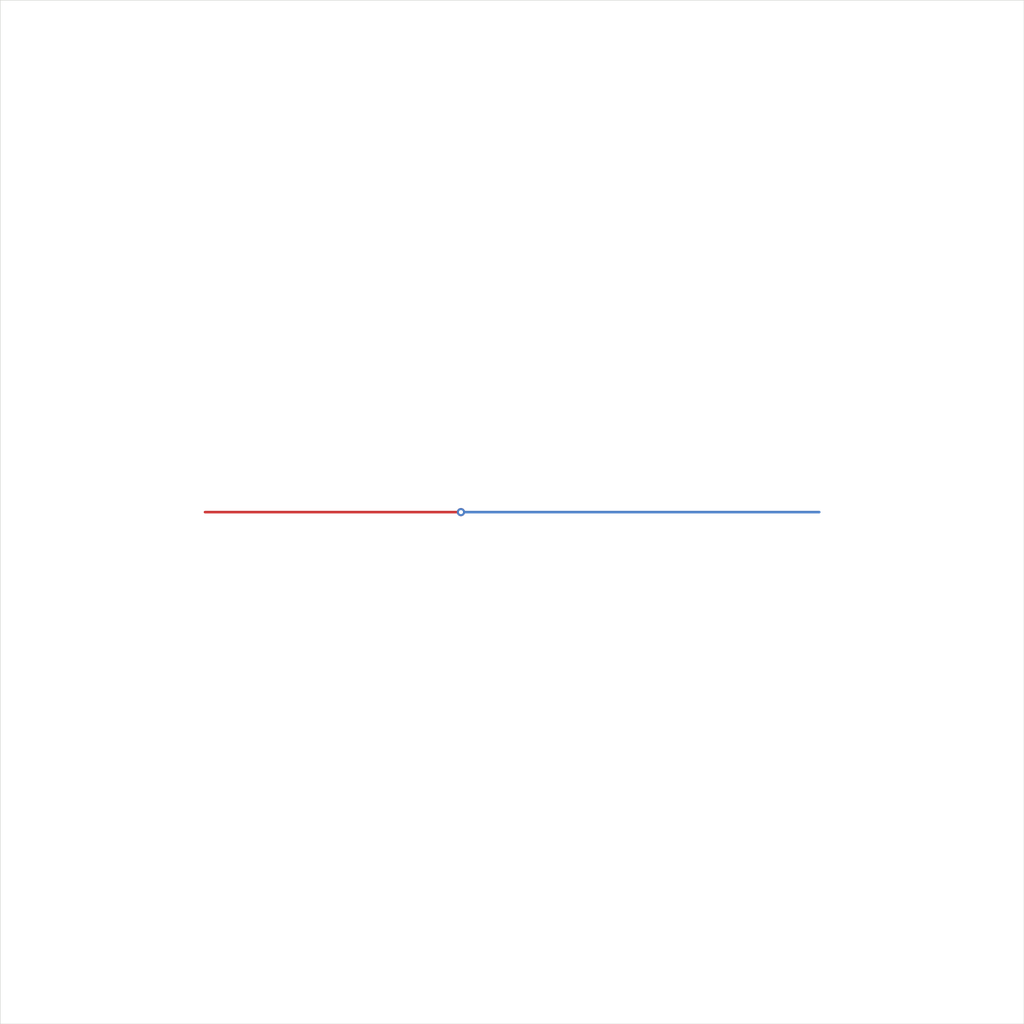
<source format=kicad_pcb>
(kicad_pcb (version 20241229) (generator "pcbnew") (generator_version "9.0")
	(general
		(thickness 1.6)
	)
	(paper "A4")
	(layers
		(0 "F.Cu" signal)
		(2 "B.Cu" signal)
		(25 "Edge.Cuts" user)
	)
	(setup
		(pad_to_mask_clearance 0)
	)
	(net 0 "")
	(net 1 "Signal")
	(gr_rect
		(start 50 50)
		(end 150 150)
		(stroke (width 0.05) (type solid))
		(fill none)
		(layer "Edge.Cuts")
		(uuid "a2038340-83af-4064-824c-f4571468d80e")
	)
	(segment
		(start 70 100)
		(end 95 100)
		(width 0.25)
		(layer "F.Cu")
		(net 1)
		(uuid "n5038340-83af-4064-824c-f4571468d80r")
	)
	(via
		(at 95 100)
		(size 0.8)
		(drill 0.4)
		(layers "F.Cu" "B.Cu")
		(net 1)
		(uuid "o6038340-83af-4064-824c-f4571468d80s")
	)
	(segment
		(start 95 100)
		(end 130 100)
		(width 0.25)
		(layer "B.Cu")
		(net 1)
		(uuid "p7038340-83af-4064-824c-f4571468d80t")
	)
	(embedded_fonts no)
)

</source>
